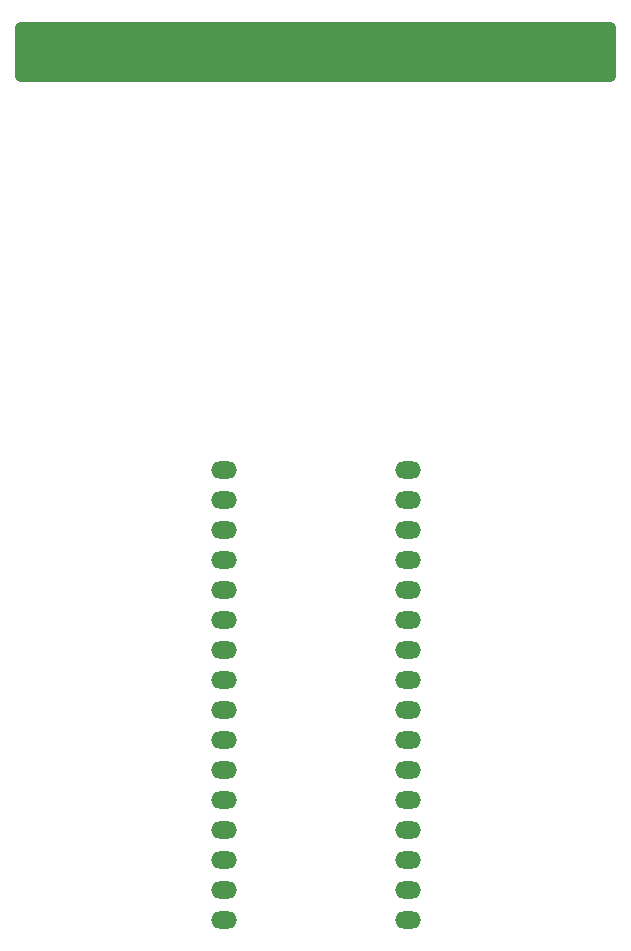
<source format=gts>
G04 #@! TF.GenerationSoftware,KiCad,Pcbnew,9.0.1*
G04 #@! TF.CreationDate,2025-04-29T10:04:21+02:00*
G04 #@! TF.ProjectId,ProtoHu_revA_layer1,50726f74-6f48-4755-9f72-6576415f6c61,rev?*
G04 #@! TF.SameCoordinates,Original*
G04 #@! TF.FileFunction,Soldermask,Top*
G04 #@! TF.FilePolarity,Negative*
%FSLAX46Y46*%
G04 Gerber Fmt 4.6, Leading zero omitted, Abs format (unit mm)*
G04 Created by KiCad (PCBNEW 9.0.1) date 2025-04-29 10:04:21*
%MOMM*%
%LPD*%
G01*
G04 APERTURE LIST*
G04 Aperture macros list*
%AMRoundRect*
0 Rectangle with rounded corners*
0 $1 Rounding radius*
0 $2 $3 $4 $5 $6 $7 $8 $9 X,Y pos of 4 corners*
0 Add a 4 corners polygon primitive as box body*
4,1,4,$2,$3,$4,$5,$6,$7,$8,$9,$2,$3,0*
0 Add four circle primitives for the rounded corners*
1,1,$1+$1,$2,$3*
1,1,$1+$1,$4,$5*
1,1,$1+$1,$6,$7*
1,1,$1+$1,$8,$9*
0 Add four rect primitives between the rounded corners*
20,1,$1+$1,$2,$3,$4,$5,0*
20,1,$1+$1,$4,$5,$6,$7,0*
20,1,$1+$1,$6,$7,$8,$9,0*
20,1,$1+$1,$8,$9,$2,$3,0*%
G04 Aperture macros list end*
%ADD10C,1.000000*%
%ADD11RoundRect,0.101600X0.381000X-1.739900X0.381000X1.739900X-0.381000X1.739900X-0.381000X-1.739900X0*%
%ADD12RoundRect,0.101600X0.381000X-2.159000X0.381000X2.159000X-0.381000X2.159000X-0.381000X-2.159000X0*%
%ADD13O,2.203200X1.453200*%
G04 APERTURE END LIST*
D10*
X173456600Y-68300600D02*
X123545600Y-68300600D01*
X123545600Y-64236600D01*
X173456600Y-64236600D01*
X173456600Y-68300600D01*
G36*
X173456600Y-68300600D02*
G01*
X123545600Y-68300600D01*
X123545600Y-64236600D01*
X173456600Y-64236600D01*
X173456600Y-68300600D01*
G37*
D11*
X124993400Y-66878200D03*
X126263400Y-66471800D03*
X127533400Y-66471800D03*
X128803400Y-66471800D03*
X130073400Y-66471800D03*
X131343400Y-66471800D03*
X132613400Y-66471800D03*
X133883400Y-66471800D03*
X135153400Y-66471800D03*
X136423400Y-66471800D03*
X137693400Y-66471800D03*
X138963400Y-66471800D03*
X140233400Y-66471800D03*
X141503400Y-66471800D03*
X142773400Y-66471800D03*
X144043400Y-66471800D03*
X145313400Y-66471800D03*
D12*
X146583400Y-66065400D03*
D11*
X147853400Y-66471800D03*
X149123400Y-66471800D03*
X150393400Y-66471800D03*
X151663400Y-66471800D03*
X152933400Y-66471800D03*
X154203400Y-66471800D03*
X155473400Y-66471800D03*
X156743400Y-66471800D03*
X158013400Y-66471800D03*
X159283400Y-66471800D03*
X160553400Y-66471800D03*
X161823400Y-66471800D03*
X163093400Y-66471800D03*
X164363400Y-66471800D03*
X165633400Y-66471800D03*
X166903400Y-66471800D03*
X168173400Y-66471800D03*
X169443400Y-66471800D03*
X170713400Y-66471800D03*
D12*
X171983400Y-66065400D03*
D13*
X140716000Y-139700000D03*
X140716000Y-137160000D03*
X140716000Y-134620000D03*
X140716000Y-132080000D03*
X140716000Y-129540000D03*
X140716000Y-127000000D03*
X140716000Y-124460000D03*
X140716000Y-121920000D03*
X140716000Y-119380000D03*
X140716000Y-116840000D03*
X140716000Y-114300000D03*
X140716000Y-111760000D03*
X140716000Y-109220000D03*
X140716000Y-106680000D03*
X140716000Y-104140000D03*
X140716000Y-101600000D03*
X156274000Y-101600000D03*
X156274000Y-104140000D03*
X156274000Y-106680000D03*
X156274000Y-109220000D03*
X156274000Y-111760000D03*
X156274000Y-114300000D03*
X156274000Y-116840000D03*
X156274000Y-119380000D03*
X156274000Y-121920000D03*
X156274000Y-124460000D03*
X156274000Y-127000000D03*
X156274000Y-129540000D03*
X156274000Y-132080000D03*
X156274000Y-134620000D03*
X156274000Y-137160000D03*
X156274000Y-139700000D03*
M02*

</source>
